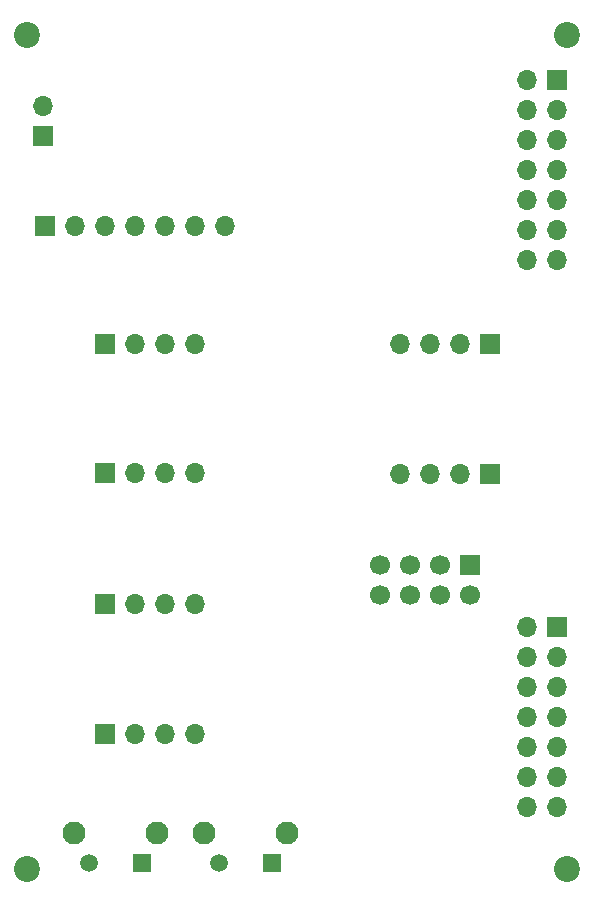
<source format=gbs>
G04 #@! TF.GenerationSoftware,KiCad,Pcbnew,8.0.8*
G04 #@! TF.CreationDate,2025-01-30T21:03:47+01:00*
G04 #@! TF.ProjectId,HAMS_hub,48414d53-5f68-4756-922e-6b696361645f,rev?*
G04 #@! TF.SameCoordinates,Original*
G04 #@! TF.FileFunction,Soldermask,Bot*
G04 #@! TF.FilePolarity,Negative*
%FSLAX46Y46*%
G04 Gerber Fmt 4.6, Leading zero omitted, Abs format (unit mm)*
G04 Created by KiCad (PCBNEW 8.0.8) date 2025-01-30 21:03:47*
%MOMM*%
%LPD*%
G01*
G04 APERTURE LIST*
%ADD10C,1.950000*%
%ADD11C,1.500000*%
%ADD12R,1.500000X1.500000*%
%ADD13R,1.700000X1.700000*%
%ADD14O,1.700000X1.700000*%
%ADD15C,2.200000*%
%ADD16C,1.700000*%
G04 APERTURE END LIST*
D10*
X100600000Y-128500000D03*
X107600000Y-128500000D03*
D11*
X101850000Y-131000000D03*
D12*
X106350000Y-131000000D03*
D13*
X130490000Y-64700000D03*
D14*
X127950000Y-64700000D03*
X130490000Y-67240000D03*
X127950000Y-67240000D03*
X130490000Y-69780000D03*
X127950000Y-69780000D03*
X130490000Y-72320000D03*
X127950000Y-72320000D03*
X130490000Y-74860000D03*
X127950000Y-74860000D03*
X130490000Y-77400000D03*
X127950000Y-77400000D03*
X130490000Y-79940000D03*
X127950000Y-79940000D03*
D10*
X89575000Y-128500000D03*
X96575000Y-128500000D03*
D11*
X90825000Y-131000000D03*
D12*
X95325000Y-131000000D03*
D15*
X85600000Y-60900000D03*
D13*
X124775000Y-87075000D03*
D14*
X122235000Y-87075000D03*
X119695000Y-87075000D03*
X117155000Y-87075000D03*
D13*
X86925000Y-69465000D03*
D14*
X86925000Y-66925000D03*
D13*
X130490000Y-111085000D03*
D14*
X127950000Y-111085000D03*
X130490000Y-113625000D03*
X127950000Y-113625000D03*
X130490000Y-116165000D03*
X127950000Y-116165000D03*
X130490000Y-118705000D03*
X127950000Y-118705000D03*
X130490000Y-121245000D03*
X127950000Y-121245000D03*
X130490000Y-123785000D03*
X127950000Y-123785000D03*
X130490000Y-126325000D03*
X127950000Y-126325000D03*
D15*
X85600000Y-131500000D03*
X131300000Y-60900000D03*
D13*
X123115000Y-105810000D03*
D16*
X123115000Y-108350000D03*
X120575000Y-105810000D03*
X120575000Y-108350000D03*
X118035000Y-105810000D03*
X118035000Y-108350000D03*
X115495000Y-105810000D03*
X115495000Y-108350000D03*
D13*
X92175000Y-87050000D03*
D14*
X94715000Y-87050000D03*
X97255000Y-87050000D03*
X99795000Y-87050000D03*
D13*
X92170000Y-120075000D03*
D14*
X94710000Y-120075000D03*
X97250000Y-120075000D03*
X99790000Y-120075000D03*
D13*
X124775000Y-98100000D03*
D14*
X122235000Y-98100000D03*
X119695000Y-98100000D03*
X117155000Y-98100000D03*
D13*
X87100000Y-77075000D03*
D14*
X89640000Y-77075000D03*
X92180000Y-77075000D03*
X94720000Y-77075000D03*
X97260000Y-77075000D03*
X99800000Y-77075000D03*
X102340000Y-77075000D03*
D13*
X92170000Y-109080000D03*
D14*
X94710000Y-109080000D03*
X97250000Y-109080000D03*
X99790000Y-109080000D03*
D15*
X131300000Y-131500000D03*
D13*
X92175000Y-98050000D03*
D14*
X94715000Y-98050000D03*
X97255000Y-98050000D03*
X99795000Y-98050000D03*
M02*

</source>
